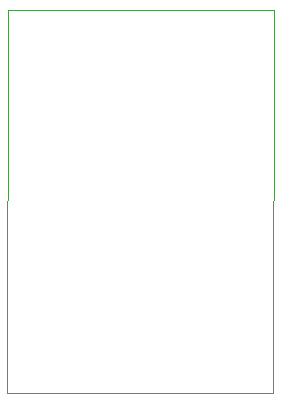
<source format=gbr>
%TF.GenerationSoftware,KiCad,Pcbnew,(6.0.9)*%
%TF.CreationDate,2022-11-26T14:04:05+01:00*%
%TF.ProjectId,SEN_PCB,53454e5f-5043-4422-9e6b-696361645f70,rev?*%
%TF.SameCoordinates,Original*%
%TF.FileFunction,Profile,NP*%
%FSLAX46Y46*%
G04 Gerber Fmt 4.6, Leading zero omitted, Abs format (unit mm)*
G04 Created by KiCad (PCBNEW (6.0.9)) date 2022-11-26 14:04:05*
%MOMM*%
%LPD*%
G01*
G04 APERTURE LIST*
%TA.AperFunction,Profile*%
%ADD10C,0.100000*%
%TD*%
G04 APERTURE END LIST*
D10*
X65049400Y-50647600D02*
X87549400Y-50647600D01*
X87475400Y-83032600D02*
X87549400Y-50647600D01*
X64975400Y-83032600D02*
X65049400Y-50647600D01*
X64975400Y-83032600D02*
X87475400Y-83032600D01*
M02*

</source>
